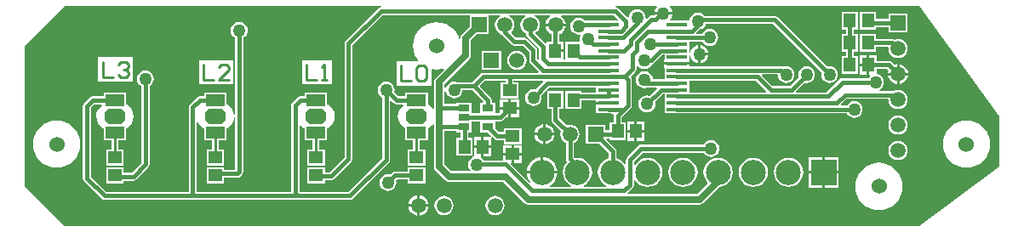
<source format=gtl>
%FSLAX25Y25*%
%MOIN*%
G70*
G01*
G75*
G04 Layer_Physical_Order=1*
G04 Layer_Color=255*
%ADD10R,0.04724X0.05315*%
%ADD11R,0.08071X0.01575*%
%ADD12R,0.04331X0.02559*%
%ADD13R,0.05315X0.04724*%
%ADD14R,0.04724X0.05512*%
%ADD15R,0.05512X0.04724*%
%ADD16R,0.07284X0.04724*%
%ADD17C,0.01500*%
%ADD18C,0.02500*%
%ADD19C,0.01000*%
%ADD20C,0.06000*%
%ADD21C,0.05906*%
%ADD22R,0.05906X0.05906*%
%ADD23R,0.05906X0.05906*%
%ADD24C,0.09843*%
%ADD25R,0.09843X0.09843*%
G04:AMPARAMS|DCode=26|XSize=78.74mil|YSize=60mil|CornerRadius=0mil|HoleSize=0mil|Usage=FLASHONLY|Rotation=0.000|XOffset=0mil|YOffset=0mil|HoleType=Round|Shape=Octagon|*
%AMOCTAGOND26*
4,1,8,0.03937,-0.01500,0.03937,0.01500,0.02437,0.03000,-0.02437,0.03000,-0.03937,0.01500,-0.03937,-0.01500,-0.02437,-0.03000,0.02437,-0.03000,0.03937,-0.01500,0.0*
%
%ADD26OCTAGOND26*%

%ADD27C,0.05000*%
G36*
X-138334Y496340D02*
X-138500Y496271D01*
X-139282Y495671D01*
X-139881Y494890D01*
X-140258Y493980D01*
X-140387Y493004D01*
X-140258Y492028D01*
X-139881Y491118D01*
X-139282Y490336D01*
X-138500Y489737D01*
X-138182Y489605D01*
Y489461D01*
X-138082Y488960D01*
X-138062Y488861D01*
X-137723Y488352D01*
X-133182Y483811D01*
Y479815D01*
X-133136Y479584D01*
X-133382Y479453D01*
X-133811Y479710D01*
Y482989D01*
X-133931Y483589D01*
X-134271Y484098D01*
X-137706Y487533D01*
X-138214Y487872D01*
X-138314Y487892D01*
X-138814Y487992D01*
X-142220D01*
X-144028Y489800D01*
X-143995Y490299D01*
X-143947Y490336D01*
X-143347Y491118D01*
X-142970Y492028D01*
X-142842Y493004D01*
X-142970Y493980D01*
X-143347Y494890D01*
X-143947Y495671D01*
X-144728Y496271D01*
X-144894Y496340D01*
X-144797Y496830D01*
X-138432D01*
X-138334Y496340D01*
D02*
G37*
G36*
X-131463Y470601D02*
X-134398Y467665D01*
X-134488Y467703D01*
X-135346Y467816D01*
X-136205Y467703D01*
X-137004Y467372D01*
X-137691Y466845D01*
X-138218Y466158D01*
X-138549Y465358D01*
X-138662Y464500D01*
X-138549Y463642D01*
X-138218Y462842D01*
X-137691Y462155D01*
X-137004Y461628D01*
X-136205Y461297D01*
X-135346Y461184D01*
X-134488Y461297D01*
X-133689Y461628D01*
X-133002Y462155D01*
X-132475Y462842D01*
X-132144Y463642D01*
X-132031Y464500D01*
X-132144Y465358D01*
X-132181Y465449D01*
X-129126Y468503D01*
X-110728D01*
Y468496D01*
Y466520D01*
X-116535D01*
Y466921D01*
X-122835D01*
Y460032D01*
X-116535D01*
Y463385D01*
X-110941D01*
Y462894D01*
X-105905D01*
Y461894D01*
X-110941D01*
Y460606D01*
X-110728D01*
Y458260D01*
X-105215D01*
X-104177Y458053D01*
X-103899Y457638D01*
X-103930Y457484D01*
Y454815D01*
X-105512D01*
Y451658D01*
X-107283D01*
Y453831D01*
X-114764D01*
Y446350D01*
X-109500D01*
X-105898Y442748D01*
Y440660D01*
X-106009Y440614D01*
X-106505Y440515D01*
X-106927Y440234D01*
X-107210Y440116D01*
X-108402Y439201D01*
X-109317Y438009D01*
X-109892Y436620D01*
X-110089Y435130D01*
X-109892Y433640D01*
X-109317Y432251D01*
X-108402Y431059D01*
X-107210Y430143D01*
X-106823Y429983D01*
X-106920Y429493D01*
X-115521D01*
X-115618Y429983D01*
X-115231Y430143D01*
X-114039Y431059D01*
X-113124Y432251D01*
X-112548Y433640D01*
X-112352Y435130D01*
X-112548Y436620D01*
X-113124Y438009D01*
X-114039Y439201D01*
X-115231Y440116D01*
X-116620Y440692D01*
X-118110Y440888D01*
X-119080Y440760D01*
X-119456Y441090D01*
Y446692D01*
X-119137Y446824D01*
X-118356Y447423D01*
X-117757Y448204D01*
X-117380Y449114D01*
X-117251Y450091D01*
X-117380Y451067D01*
X-117757Y451977D01*
X-118356Y452758D01*
X-119137Y453358D01*
X-120047Y453734D01*
X-121024Y453863D01*
X-122000Y453734D01*
X-122319Y453602D01*
X-125204Y456488D01*
Y460032D01*
X-123622D01*
Y466921D01*
X-129921D01*
Y460032D01*
X-128339D01*
Y455839D01*
X-128240Y455338D01*
X-128220Y455239D01*
X-127880Y454730D01*
X-124536Y451386D01*
X-124668Y451067D01*
X-124796Y450091D01*
X-124668Y449114D01*
X-124291Y448204D01*
X-123691Y447423D01*
X-122910Y446824D01*
X-122591Y446692D01*
Y440406D01*
X-122492Y439905D01*
X-122472Y439806D01*
X-122132Y439297D01*
X-122136Y439236D01*
X-122182Y439201D01*
X-123097Y438009D01*
X-123672Y436620D01*
X-123868Y435130D01*
X-123672Y433640D01*
X-123097Y432251D01*
X-122182Y431059D01*
X-120989Y430143D01*
X-120602Y429983D01*
X-120700Y429493D01*
X-128846D01*
X-128968Y429978D01*
X-128584Y430183D01*
X-127682Y430923D01*
X-126943Y431824D01*
X-126393Y432853D01*
X-126054Y433969D01*
X-125989Y434630D01*
X-137790D01*
X-137725Y433969D01*
X-137387Y432853D01*
X-136837Y431824D01*
X-136452Y431356D01*
X-136823Y431020D01*
X-144235Y438432D01*
X-144043Y438894D01*
X-143965D01*
Y441756D01*
X-147221D01*
Y439886D01*
X-154697D01*
X-155215Y440561D01*
X-155708Y440940D01*
X-155697Y440973D01*
Y444669D01*
X-158559D01*
Y441520D01*
X-158914Y441449D01*
X-159091Y441523D01*
X-159134Y441626D01*
X-159134Y441626D01*
X-159134Y441626D01*
Y448713D01*
X-160716D01*
Y450898D01*
X-159646D01*
Y454425D01*
X-159433D01*
Y455137D01*
X-156102D01*
Y455137D01*
Y455031D01*
X-156102Y454784D01*
X-156102Y454784D01*
X-156102D01*
Y450898D01*
X-153299D01*
X-151789Y449387D01*
X-151980Y448925D01*
X-154697D01*
Y445669D01*
X-151835D01*
Y448779D01*
X-151373Y448971D01*
X-150636Y448234D01*
X-150127Y447894D01*
X-149528Y447775D01*
X-147008D01*
Y446193D01*
X-139921D01*
Y452492D01*
X-147008D01*
Y450910D01*
X-148878D01*
X-150197Y452229D01*
Y454784D01*
X-150197Y454784D01*
D01*
D01*
X-150197Y455031D01*
D01*
X-150091Y455137D01*
X-148228D01*
X-147728Y455237D01*
X-147628Y455257D01*
X-147120Y455596D01*
X-145830Y456886D01*
X-145185D01*
Y459748D01*
X-148441D01*
Y458709D01*
X-148878Y458272D01*
X-150197D01*
Y458378D01*
X-150197D01*
Y462512D01*
X-151582D01*
Y463476D01*
X-151701Y464076D01*
X-152041Y464585D01*
X-156195Y468738D01*
Y469238D01*
X-154370Y471062D01*
X-146253D01*
Y470484D01*
X-148228D01*
Y464185D01*
X-141142D01*
Y470484D01*
X-143117D01*
Y471062D01*
X-131654D01*
X-131463Y470601D01*
D02*
G37*
G36*
X-154864Y462974D02*
X-155055Y462512D01*
X-156102D01*
Y458378D01*
D01*
Y458378D01*
X-156208Y458272D01*
X-159433D01*
Y458984D01*
X-159646D01*
Y462512D01*
X-165551D01*
Y462012D01*
X-170049D01*
Y466613D01*
X-169550Y466645D01*
X-169549Y466642D01*
X-169218Y465842D01*
X-168691Y465155D01*
X-168004Y464629D01*
X-167205Y464297D01*
X-166347Y464184D01*
X-165488Y464297D01*
X-164689Y464629D01*
X-164002Y465155D01*
X-163475Y465842D01*
X-163144Y466642D01*
X-163041Y467421D01*
X-159311D01*
X-154864Y462974D01*
D02*
G37*
G36*
X-165551Y450898D02*
X-163851D01*
Y448713D01*
X-165433D01*
Y441626D01*
X-159200D01*
X-159102Y441136D01*
X-159217Y441088D01*
X-159904Y440561D01*
X-160431Y439874D01*
X-160762Y439075D01*
X-160875Y438216D01*
X-160762Y437358D01*
X-160431Y436559D01*
X-160022Y436026D01*
X-160243Y435577D01*
X-167486D01*
X-170049Y438140D01*
Y451397D01*
X-165551D01*
Y450898D01*
D02*
G37*
G36*
X-102108Y495139D02*
X-102299Y494677D01*
X-110728D01*
Y494670D01*
X-115135D01*
X-115293Y494876D01*
X-115980Y495403D01*
X-116780Y495734D01*
X-117638Y495847D01*
X-118496Y495734D01*
X-119296Y495403D01*
X-119982Y494876D01*
X-120509Y494189D01*
X-120841Y493390D01*
X-120954Y492531D01*
X-120841Y491673D01*
X-120509Y490874D01*
X-119982Y490187D01*
X-119296Y489660D01*
X-118496Y489329D01*
X-117638Y489216D01*
X-117169Y489278D01*
X-116864Y488881D01*
X-117100Y488311D01*
X-117213Y487453D01*
X-117113Y486687D01*
X-117442Y486311D01*
X-122835D01*
Y479316D01*
X-123409D01*
Y482268D01*
X-126772D01*
Y483268D01*
X-123409D01*
Y486524D01*
X-125204D01*
Y489310D01*
X-124621Y489551D01*
X-123795Y490185D01*
X-123161Y491011D01*
X-122763Y491972D01*
X-122693Y492504D01*
X-130535D01*
X-130465Y491972D01*
X-130067Y491011D01*
X-129433Y490185D01*
X-128608Y489551D01*
X-128339Y489440D01*
Y486524D01*
X-130134D01*
Y485850D01*
X-130596Y485659D01*
X-134429Y489492D01*
X-134396Y489991D01*
X-133947Y490336D01*
X-133347Y491118D01*
X-132970Y492028D01*
X-132842Y493004D01*
X-132970Y493980D01*
X-133347Y494890D01*
X-133947Y495671D01*
X-134728Y496271D01*
X-134894Y496340D01*
X-134797Y496830D01*
X-128899D01*
X-128738Y496357D01*
X-129433Y495823D01*
X-130067Y494997D01*
X-130465Y494036D01*
X-130535Y493504D01*
X-122693D01*
X-122763Y494036D01*
X-123161Y494997D01*
X-123795Y495823D01*
X-124490Y496357D01*
X-124330Y496830D01*
X-103799D01*
X-102108Y495139D01*
D02*
G37*
G36*
X-148334Y496340D02*
X-148500Y496271D01*
X-149282Y495671D01*
X-149881Y494890D01*
X-150258Y493980D01*
X-150387Y493004D01*
X-150258Y492028D01*
X-149881Y491118D01*
X-149282Y490336D01*
X-148500Y489737D01*
X-148049Y489550D01*
X-147723Y489061D01*
X-143977Y485316D01*
X-143469Y484976D01*
X-143369Y484956D01*
X-142869Y484857D01*
X-139463D01*
X-136946Y482340D01*
Y478934D01*
X-136847Y478434D01*
X-136827Y478334D01*
X-136487Y477826D01*
X-133321Y474659D01*
X-133512Y474197D01*
X-155020D01*
X-155620Y474078D01*
X-156128Y473738D01*
X-159311Y470556D01*
X-164858D01*
X-165044Y470519D01*
X-165488Y470703D01*
X-166347Y470816D01*
X-167205Y470703D01*
X-168004Y470371D01*
X-168691Y469845D01*
X-169218Y469158D01*
X-169549Y468358D01*
X-169550Y468355D01*
X-170049Y468387D01*
Y469860D01*
X-160378Y479531D01*
X-160378Y479531D01*
X-160077Y479981D01*
X-159927Y480205D01*
X-159769Y481000D01*
X-159769Y481000D01*
Y486911D01*
X-157417Y489264D01*
X-152874D01*
Y496744D01*
D01*
Y496744D01*
X-152788Y496830D01*
X-148432D01*
X-148334Y496340D01*
D02*
G37*
G36*
X-194921Y500464D02*
Y499965D01*
X-195521Y499846D01*
X-196030Y499506D01*
X-208825Y486711D01*
X-209165Y486202D01*
X-209185Y486103D01*
X-209284Y485602D01*
Y441212D01*
X-215295Y435201D01*
X-217028D01*
Y437098D01*
X-223917D01*
Y430799D01*
X-217028D01*
Y432066D01*
X-214646D01*
X-214145Y432166D01*
X-214046Y432186D01*
X-213537Y432525D01*
X-206608Y439455D01*
X-206268Y439963D01*
X-206248Y440063D01*
X-206149Y440563D01*
Y484953D01*
X-194272Y496830D01*
X-160354D01*
Y496744D01*
X-160354D01*
Y492202D01*
X-163315Y489241D01*
X-163766Y488567D01*
X-163924Y487772D01*
Y487639D01*
X-164418Y487566D01*
X-164639Y488294D01*
X-165498Y489901D01*
X-166655Y491310D01*
X-168063Y492466D01*
X-169671Y493325D01*
X-171415Y493854D01*
X-173228Y494033D01*
X-175042Y493854D01*
X-176786Y493325D01*
X-178393Y492466D01*
X-179802Y491310D01*
X-180958Y489901D01*
X-181817Y488294D01*
X-182346Y486550D01*
X-182525Y484736D01*
X-182346Y482923D01*
X-181817Y481179D01*
X-180958Y479571D01*
X-180649Y479194D01*
X-180863Y478742D01*
X-188913D01*
Y469169D01*
X-175342D01*
Y475275D01*
X-174971Y475611D01*
X-173228Y475440D01*
X-171415Y475618D01*
X-170607Y475863D01*
X-170350Y475434D01*
X-173595Y472189D01*
X-174045Y471515D01*
X-174203Y470720D01*
Y460366D01*
Y460231D01*
X-174676Y460067D01*
X-175390Y460975D01*
X-176511Y461813D01*
X-176673Y461878D01*
Y466563D01*
X-185531D01*
Y464981D01*
X-188343D01*
X-189787Y466426D01*
X-189750Y466516D01*
X-189637Y467374D01*
X-189750Y468232D01*
X-190081Y469032D01*
X-190608Y469719D01*
X-191295Y470246D01*
X-192095Y470577D01*
X-192953Y470690D01*
X-193811Y470577D01*
X-194611Y470246D01*
X-195297Y469719D01*
X-195824Y469032D01*
X-196156Y468232D01*
X-196268Y467374D01*
X-196156Y466516D01*
X-195824Y465716D01*
X-195297Y465029D01*
X-194611Y464502D01*
X-194520Y464465D01*
Y440700D01*
X-207736Y427485D01*
X-226870D01*
X-227015Y427630D01*
Y453545D01*
X-226543Y453708D01*
X-226185Y453253D01*
X-225064Y452415D01*
X-224902Y452350D01*
Y447665D01*
X-221785D01*
Y444185D01*
X-223917D01*
Y437886D01*
X-217028D01*
Y444185D01*
X-219160D01*
Y447665D01*
X-216043D01*
Y452410D01*
X-215767Y452529D01*
X-214667Y453394D01*
X-213829Y454515D01*
X-213309Y455814D01*
X-213144Y457204D01*
X-213343Y458589D01*
X-213895Y459875D01*
X-214760Y460975D01*
X-215881Y461813D01*
X-216043Y461878D01*
Y466563D01*
X-224902D01*
Y464981D01*
X-226677D01*
X-227277Y464862D01*
X-227786Y464522D01*
X-229691Y462616D01*
X-230031Y462108D01*
X-230051Y462008D01*
X-230150Y461508D01*
Y427485D01*
X-267133D01*
Y454773D01*
X-266644Y454874D01*
X-266420Y454353D01*
X-265555Y453253D01*
X-264434Y452415D01*
X-264272Y452350D01*
Y447665D01*
X-261155D01*
Y444185D01*
X-263287D01*
Y437886D01*
X-256398D01*
Y444185D01*
X-258530D01*
Y447665D01*
X-255413D01*
Y452410D01*
X-255137Y452529D01*
X-254037Y453394D01*
X-253199Y454515D01*
X-252679Y455814D01*
X-252578Y456661D01*
X-252079Y456632D01*
Y436186D01*
X-256398D01*
Y437098D01*
X-263287D01*
Y430799D01*
X-256398D01*
Y433051D01*
X-251220D01*
X-250720Y433150D01*
X-250621Y433170D01*
X-250112Y433510D01*
X-249403Y434218D01*
X-249064Y434727D01*
X-248944Y435327D01*
X-248944Y435327D01*
X-248944Y435327D01*
Y435327D01*
Y487969D01*
X-248854Y488006D01*
X-248167Y488533D01*
X-247640Y489220D01*
X-247309Y490020D01*
X-247196Y490878D01*
X-247309Y491736D01*
X-247640Y492536D01*
X-248167Y493223D01*
X-248854Y493750D01*
X-249654Y494081D01*
X-250512Y494194D01*
X-251370Y494081D01*
X-252170Y493750D01*
X-252856Y493223D01*
X-253383Y492536D01*
X-253715Y491736D01*
X-253828Y490878D01*
X-253715Y490020D01*
X-253383Y489220D01*
X-252856Y488533D01*
X-252170Y488006D01*
X-252079Y487969D01*
Y457686D01*
X-252578Y457650D01*
X-252713Y458589D01*
X-253265Y459875D01*
X-254130Y460975D01*
X-255251Y461813D01*
X-255413Y461878D01*
Y466563D01*
X-264272D01*
Y464981D01*
X-265968D01*
X-266568Y464862D01*
X-267077Y464522D01*
X-269809Y461790D01*
X-270149Y461281D01*
X-270169Y461181D01*
X-270268Y460681D01*
Y427485D01*
X-302697D01*
X-308590Y433378D01*
Y460583D01*
X-307327Y461846D01*
X-304496D01*
X-304332Y461373D01*
X-305018Y460834D01*
X-305856Y459714D01*
X-306376Y458414D01*
X-306541Y457025D01*
X-306342Y455640D01*
X-305790Y454353D01*
X-304925Y453253D01*
X-303804Y452415D01*
X-303642Y452350D01*
Y447665D01*
X-300525D01*
Y444185D01*
X-302658D01*
Y437886D01*
X-295768D01*
Y444185D01*
X-297900D01*
Y447665D01*
X-294783D01*
Y452410D01*
X-294507Y452529D01*
X-293408Y453394D01*
X-292569Y454515D01*
X-292050Y455814D01*
X-291884Y457204D01*
X-292083Y458589D01*
X-292635Y459875D01*
X-293500Y460975D01*
X-294621Y461813D01*
X-294783Y461878D01*
Y466563D01*
X-303642D01*
Y464981D01*
X-307976D01*
X-308477Y464881D01*
X-308576Y464862D01*
X-309085Y464522D01*
X-311266Y462341D01*
X-311606Y461832D01*
X-311626Y461733D01*
X-311725Y461232D01*
Y432728D01*
X-311626Y432228D01*
X-311606Y432128D01*
X-311266Y431620D01*
X-304455Y424809D01*
X-303946Y424469D01*
X-303847Y424449D01*
X-303346Y424350D01*
X-207087D01*
X-206586Y424449D01*
X-206487Y424469D01*
X-205978Y424809D01*
X-191844Y438943D01*
X-191505Y439451D01*
X-191385Y440051D01*
X-191385Y440051D01*
X-191385Y440051D01*
Y440051D01*
Y462936D01*
X-190923Y463128D01*
X-190101Y462305D01*
X-189592Y461965D01*
X-189492Y461945D01*
X-188992Y461846D01*
X-186386D01*
X-186222Y461373D01*
X-186907Y460834D01*
X-187746Y459714D01*
X-188265Y458414D01*
X-188431Y457025D01*
X-188232Y455640D01*
X-187680Y454353D01*
X-186815Y453253D01*
X-185694Y452415D01*
X-185531Y452350D01*
Y447665D01*
X-182415D01*
Y444185D01*
X-184547D01*
Y437886D01*
X-177657D01*
Y444185D01*
X-179790D01*
Y447665D01*
X-176673D01*
Y452410D01*
X-176397Y452529D01*
X-175297Y453394D01*
X-174678Y454222D01*
X-174203Y454065D01*
Y453516D01*
Y437280D01*
X-174045Y436485D01*
X-173595Y435811D01*
X-173595Y435811D01*
X-173595Y435811D01*
X-169815Y432031D01*
X-169815Y432031D01*
X-169815D01*
X-169815Y432031D01*
X-169815D01*
X-169815Y432031D01*
Y432031D01*
Y432031D01*
D01*
D01*
X-169815D01*
Y432031D01*
X-169141Y431581D01*
X-169009Y431555D01*
X-168347Y431423D01*
X-168346Y431423D01*
X-147207D01*
X-138815Y423031D01*
X-138815Y423031D01*
X-138815D01*
X-138815Y423031D01*
X-138815D01*
X-138815Y423031D01*
Y423031D01*
Y423031D01*
D01*
D01*
X-138815D01*
Y423031D01*
X-138141Y422581D01*
X-137346Y422423D01*
X-70346D01*
X-69551Y422581D01*
X-68878Y423031D01*
X-68878Y423031D01*
X-68878Y423031D01*
X-62468Y429441D01*
X-61502Y429568D01*
X-60113Y430143D01*
X-58921Y431059D01*
X-58006Y432251D01*
X-57430Y433640D01*
X-57234Y435130D01*
X-57430Y436620D01*
X-58006Y438009D01*
X-58921Y439201D01*
X-60113Y440116D01*
X-61502Y440692D01*
X-62992Y440888D01*
X-64482Y440692D01*
X-65871Y440116D01*
X-67064Y439201D01*
X-67979Y438009D01*
X-68554Y436620D01*
X-68750Y435130D01*
X-68554Y433640D01*
X-67979Y432251D01*
X-67064Y431059D01*
X-67043Y430741D01*
X-71207Y426577D01*
X-98242D01*
X-98433Y427039D01*
X-96451Y429022D01*
X-96224Y429361D01*
X-96111Y429530D01*
X-95991Y430130D01*
Y432065D01*
X-95518Y432225D01*
X-94623Y431059D01*
X-93430Y430143D01*
X-92041Y429568D01*
X-90551Y429372D01*
X-89061Y429568D01*
X-87672Y430143D01*
X-86480Y431059D01*
X-85565Y432251D01*
X-84990Y433640D01*
X-84793Y435130D01*
X-84990Y436620D01*
X-85565Y438009D01*
X-86480Y439201D01*
X-87672Y440116D01*
X-89061Y440692D01*
X-90551Y440888D01*
X-92041Y440692D01*
X-93430Y440116D01*
X-94623Y439201D01*
X-95518Y438034D01*
X-95991Y438195D01*
Y439362D01*
X-92461Y442893D01*
X-68696D01*
X-68659Y442803D01*
X-68132Y442116D01*
X-67445Y441589D01*
X-66645Y441258D01*
X-65787Y441145D01*
X-64929Y441258D01*
X-64129Y441589D01*
X-63443Y442116D01*
X-62916Y442803D01*
X-62585Y443602D01*
X-62471Y444461D01*
X-62585Y445319D01*
X-62916Y446118D01*
X-63443Y446805D01*
X-64129Y447332D01*
X-64929Y447663D01*
X-65787Y447776D01*
X-66645Y447663D01*
X-67445Y447332D01*
X-68132Y446805D01*
X-68659Y446118D01*
X-68696Y446028D01*
X-93110D01*
X-93710Y445909D01*
X-93879Y445796D01*
X-94219Y445569D01*
X-98668Y441120D01*
X-99007Y440612D01*
X-99027Y440512D01*
X-99127Y440012D01*
Y438503D01*
X-99600Y438342D01*
X-100259Y439201D01*
X-101452Y440116D01*
X-102763Y440660D01*
Y443398D01*
X-102883Y443997D01*
X-102995Y444166D01*
X-103222Y444506D01*
X-106777Y448061D01*
X-106586Y448523D01*
X-105512D01*
Y447728D01*
X-99213D01*
Y454815D01*
X-100795D01*
Y456835D01*
X-98903Y458726D01*
X-97238Y460392D01*
X-97011Y460731D01*
X-96898Y460900D01*
X-96779Y461500D01*
Y471500D01*
X-96898Y472100D01*
X-97238Y472608D01*
Y472651D01*
X-95427Y474463D01*
X-95087Y474971D01*
X-95067Y475070D01*
X-94968Y475571D01*
Y476890D01*
X-94494Y477051D01*
X-94191Y476655D01*
X-93504Y476128D01*
X-92705Y475797D01*
X-91847Y475684D01*
X-90988Y475797D01*
X-90189Y476128D01*
X-89502Y476655D01*
X-88975Y477342D01*
X-88901Y477521D01*
X-88846Y477532D01*
X-88747Y477552D01*
X-88238Y477892D01*
X-84831Y481299D01*
X-83957D01*
Y481291D01*
Y479535D01*
X-84169D01*
Y478248D01*
X-74098D01*
Y479535D01*
X-74311D01*
Y480977D01*
X-73812Y481010D01*
X-73756Y480586D01*
X-73404Y479735D01*
X-72843Y479004D01*
X-72112Y478443D01*
X-71260Y478090D01*
X-70846Y478036D01*
Y481500D01*
Y484964D01*
X-71260Y484910D01*
X-72112Y484557D01*
X-72843Y483996D01*
X-73404Y483265D01*
X-73756Y482414D01*
X-73812Y481990D01*
X-74311Y482023D01*
Y483850D01*
Y486410D01*
Y486417D01*
X-69204D01*
X-68683Y485738D01*
X-67997Y485211D01*
X-67197Y484880D01*
X-66339Y484767D01*
X-65480Y484880D01*
X-64681Y485211D01*
X-63994Y485738D01*
X-63467Y486425D01*
X-63136Y487224D01*
X-63023Y488083D01*
X-63136Y488941D01*
X-63467Y489741D01*
X-63994Y490427D01*
X-64681Y490954D01*
X-65480Y491286D01*
X-66339Y491398D01*
X-67197Y491286D01*
X-67997Y490954D01*
X-68683Y490427D01*
X-69210Y489741D01*
X-69288Y489552D01*
X-71425D01*
X-71616Y490014D01*
X-70457Y491173D01*
X-69988Y491234D01*
X-69189Y491566D01*
X-68502Y492092D01*
X-67975Y492779D01*
X-67716Y493405D01*
X-41468D01*
X-22512Y474448D01*
X-22549Y474358D01*
X-22662Y473500D01*
X-22549Y472642D01*
X-22218Y471842D01*
X-21691Y471155D01*
X-21004Y470628D01*
X-20205Y470297D01*
X-19346Y470184D01*
X-18488Y470297D01*
X-17689Y470628D01*
X-17002Y471155D01*
X-16475Y471842D01*
X-16144Y472642D01*
X-16031Y473500D01*
X-16144Y474358D01*
X-16475Y475158D01*
X-17002Y475845D01*
X-17689Y476371D01*
X-18488Y476703D01*
X-19346Y476816D01*
X-20205Y476703D01*
X-20295Y476665D01*
X-39711Y496081D01*
X-40219Y496421D01*
X-40319Y496440D01*
X-40819Y496540D01*
X-68316D01*
X-68502Y496782D01*
X-69189Y497309D01*
X-69988Y497640D01*
X-70846Y497753D01*
X-71705Y497640D01*
X-72504Y497309D01*
X-73191Y496782D01*
X-73718Y496095D01*
X-74049Y495295D01*
X-74131Y494677D01*
X-74311D01*
Y494677D01*
X-81593D01*
X-81814Y495126D01*
X-81352Y495727D01*
X-80999Y496578D01*
X-80945Y496992D01*
X-87876D01*
X-88204Y496619D01*
X-89140D01*
X-89740Y496499D01*
X-89909Y496387D01*
X-90249Y496160D01*
X-90929Y495480D01*
X-91377Y495701D01*
X-91369Y495760D01*
X-91482Y496618D01*
X-91813Y497418D01*
X-92340Y498104D01*
X-93027Y498631D01*
X-93827Y498963D01*
X-94685Y499076D01*
X-95543Y498963D01*
X-96343Y498631D01*
X-97030Y498104D01*
X-97557Y497418D01*
X-97888Y496618D01*
X-97961Y496060D01*
X-98435Y495900D01*
X-102041Y499506D01*
X-102550Y499846D01*
X-102649Y499866D01*
X-103082Y499952D01*
X-103033Y500449D01*
X-87061Y500447D01*
X-86906Y499988D01*
X-87467Y499257D01*
X-87819Y498406D01*
X-87874Y497992D01*
X-80945D01*
X-80999Y498406D01*
X-81352Y499257D01*
X-81913Y499988D01*
X-81758Y500446D01*
X15787Y500430D01*
X15787Y500430D01*
X47244Y457177D01*
Y457059D01*
X47205Y457020D01*
Y437463D01*
X15787Y413900D01*
D01*
X15778Y413909D01*
X-318937D01*
X-334646Y429618D01*
Y429776D01*
X-334606Y429815D01*
Y484776D01*
X-318898Y500484D01*
X-318858D01*
X-194921Y500464D01*
D02*
G37*
%LPC*%
G36*
X-22154Y441051D02*
X-27575D01*
Y435630D01*
X-22154D01*
Y441051D01*
D02*
G37*
G36*
X-15732D02*
X-21154D01*
Y435630D01*
X-15732D01*
Y441051D01*
D02*
G37*
G36*
X-132390Y441031D02*
X-133051Y440966D01*
X-134167Y440627D01*
X-135195Y440077D01*
X-136097Y439337D01*
X-136837Y438436D01*
X-137387Y437407D01*
X-137725Y436291D01*
X-137790Y435630D01*
X-132390D01*
Y441031D01*
D02*
G37*
G36*
X-131390D02*
Y435630D01*
X-125989D01*
X-126054Y436291D01*
X-126393Y437407D01*
X-126943Y438436D01*
X-127682Y439337D01*
X-128584Y440077D01*
X-129613Y440627D01*
X-130729Y440966D01*
X-131390Y441031D01*
D02*
G37*
G36*
X-322008Y455529D02*
X-323822Y455350D01*
X-325566Y454821D01*
X-327173Y453962D01*
X-328582Y452806D01*
X-329738Y451397D01*
X-330597Y449790D01*
X-331126Y448046D01*
X-331305Y446232D01*
X-331126Y444419D01*
X-330597Y442675D01*
X-329738Y441067D01*
X-328582Y439658D01*
X-327173Y438502D01*
X-325566Y437643D01*
X-323822Y437114D01*
X-322008Y436936D01*
X-320194Y437114D01*
X-318450Y437643D01*
X-316843Y438502D01*
X-315434Y439658D01*
X-314278Y441067D01*
X-313419Y442675D01*
X-312890Y444419D01*
X-312711Y446232D01*
X-312890Y448046D01*
X-313419Y449790D01*
X-314278Y451397D01*
X-315434Y452806D01*
X-316843Y453962D01*
X-318450Y454821D01*
X-320194Y455350D01*
X-322008Y455529D01*
D02*
G37*
G36*
X-143965Y445618D02*
X-147221D01*
Y442756D01*
X-143965D01*
Y445618D01*
D02*
G37*
G36*
X-139709D02*
X-142965D01*
Y442756D01*
X-139709D01*
Y445618D01*
D02*
G37*
G36*
X-155697Y448925D02*
X-158559D01*
Y445669D01*
X-155697D01*
Y448925D01*
D02*
G37*
G36*
X-151835Y444669D02*
X-154697D01*
Y441413D01*
X-151835D01*
Y444669D01*
D02*
G37*
G36*
X34291Y455529D02*
X32478Y455350D01*
X30734Y454821D01*
X29126Y453962D01*
X27718Y452806D01*
X26561Y451397D01*
X25702Y449790D01*
X25173Y448046D01*
X24995Y446232D01*
X25173Y444419D01*
X25702Y442675D01*
X26561Y441067D01*
X27718Y439658D01*
X29126Y438502D01*
X30734Y437643D01*
X32478Y437114D01*
X34291Y436936D01*
X36105Y437114D01*
X37849Y437643D01*
X39456Y438502D01*
X40865Y439658D01*
X42021Y441067D01*
X42880Y442675D01*
X43409Y444419D01*
X43588Y446232D01*
X43409Y448046D01*
X42880Y449790D01*
X42021Y451397D01*
X40865Y452806D01*
X39456Y453962D01*
X37849Y454821D01*
X36105Y455350D01*
X34291Y455529D01*
D02*
G37*
G36*
X-139709Y441756D02*
X-142965D01*
Y438894D01*
X-139709D01*
Y441756D01*
D02*
G37*
G36*
X7480Y447485D02*
X6504Y447357D01*
X5594Y446980D01*
X4813Y446380D01*
X4213Y445599D01*
X3836Y444689D01*
X3708Y443713D01*
X3836Y442736D01*
X4213Y441826D01*
X4813Y441045D01*
X5594Y440446D01*
X6504Y440069D01*
X7480Y439940D01*
X8457Y440069D01*
X9366Y440446D01*
X10148Y441045D01*
X10747Y441826D01*
X11124Y442736D01*
X11253Y443713D01*
X11124Y444689D01*
X10747Y445599D01*
X10148Y446380D01*
X9366Y446980D01*
X8457Y447357D01*
X7480Y447485D01*
D02*
G37*
G36*
X0Y438915D02*
X-1814Y438736D01*
X-3558Y438207D01*
X-5165Y437348D01*
X-6574Y436192D01*
X-7730Y434783D01*
X-8589Y433176D01*
X-9118Y431432D01*
X-9297Y429618D01*
X-9118Y427804D01*
X-8589Y426060D01*
X-7730Y424453D01*
X-6574Y423044D01*
X-5165Y421888D01*
X-3558Y421029D01*
X-1814Y420500D01*
X0Y420321D01*
X1814Y420500D01*
X3558Y421029D01*
X5165Y421888D01*
X6574Y423044D01*
X7730Y424453D01*
X8589Y426060D01*
X9118Y427804D01*
X9297Y429618D01*
X9118Y431432D01*
X8589Y433176D01*
X7730Y434783D01*
X6574Y436192D01*
X5165Y437348D01*
X3558Y438207D01*
X1814Y438736D01*
X0Y438915D01*
D02*
G37*
G36*
X-180854Y426059D02*
X-181386Y425989D01*
X-182348Y425591D01*
X-183174Y424957D01*
X-183807Y424131D01*
X-184205Y423170D01*
X-184275Y422638D01*
X-180854D01*
Y426059D01*
D02*
G37*
G36*
X-179854D02*
Y422638D01*
X-176433D01*
X-176503Y423170D01*
X-176902Y424131D01*
X-177535Y424957D01*
X-178361Y425591D01*
X-179323Y425989D01*
X-179854Y426059D01*
D02*
G37*
G36*
X-150354Y425910D02*
X-151331Y425782D01*
X-152241Y425405D01*
X-153022Y424805D01*
X-153621Y424024D01*
X-153998Y423114D01*
X-154127Y422138D01*
X-153998Y421161D01*
X-153621Y420252D01*
X-153022Y419470D01*
X-152241Y418871D01*
X-151331Y418494D01*
X-150354Y418365D01*
X-149378Y418494D01*
X-148468Y418871D01*
X-147687Y419470D01*
X-147087Y420252D01*
X-146710Y421161D01*
X-146582Y422138D01*
X-146710Y423114D01*
X-147087Y424024D01*
X-147687Y424805D01*
X-148468Y425405D01*
X-149378Y425782D01*
X-150354Y425910D01*
D02*
G37*
G36*
X-180854Y421638D02*
X-184275D01*
X-184205Y421106D01*
X-183807Y420144D01*
X-183174Y419319D01*
X-182348Y418685D01*
X-181386Y418287D01*
X-180854Y418217D01*
Y421638D01*
D02*
G37*
G36*
X-176433D02*
X-179854D01*
Y418217D01*
X-179323Y418287D01*
X-178361Y418685D01*
X-177535Y419319D01*
X-176902Y420144D01*
X-176503Y421106D01*
X-176433Y421638D01*
D02*
G37*
G36*
X-170354Y425910D02*
X-171331Y425782D01*
X-172240Y425405D01*
X-173022Y424805D01*
X-173621Y424024D01*
X-173998Y423114D01*
X-174127Y422138D01*
X-173998Y421161D01*
X-173621Y420252D01*
X-173022Y419470D01*
X-172240Y418871D01*
X-171331Y418494D01*
X-170354Y418365D01*
X-169378Y418494D01*
X-168468Y418871D01*
X-167687Y419470D01*
X-167087Y420252D01*
X-166710Y421161D01*
X-166582Y422138D01*
X-166710Y423114D01*
X-167087Y424024D01*
X-167687Y424805D01*
X-168468Y425405D01*
X-169378Y425782D01*
X-170354Y425910D01*
D02*
G37*
G36*
X-35433Y440888D02*
X-36923Y440692D01*
X-38312Y440116D01*
X-39505Y439201D01*
X-40420Y438009D01*
X-40995Y436620D01*
X-41191Y435130D01*
X-40995Y433640D01*
X-40420Y432251D01*
X-39505Y431059D01*
X-38312Y430143D01*
X-36923Y429568D01*
X-35433Y429372D01*
X-33943Y429568D01*
X-32554Y430143D01*
X-31362Y431059D01*
X-30447Y432251D01*
X-29871Y433640D01*
X-29675Y435130D01*
X-29871Y436620D01*
X-30447Y438009D01*
X-31362Y439201D01*
X-32554Y440116D01*
X-33943Y440692D01*
X-35433Y440888D01*
D02*
G37*
G36*
X-177657Y437098D02*
X-184547D01*
Y435516D01*
X-189488D01*
X-190088Y435397D01*
X-190597Y435057D01*
X-191304Y434349D01*
X-191395Y434387D01*
X-192253Y434500D01*
X-193111Y434387D01*
X-193911Y434056D01*
X-194597Y433529D01*
X-195124Y432842D01*
X-195456Y432042D01*
X-195569Y431184D01*
X-195456Y430326D01*
X-195124Y429526D01*
X-194597Y428839D01*
X-193911Y428312D01*
X-193111Y427981D01*
X-192253Y427868D01*
X-191395Y427981D01*
X-190595Y428312D01*
X-189908Y428839D01*
X-189381Y429526D01*
X-189050Y430326D01*
X-188937Y431184D01*
X-189045Y432005D01*
X-188992Y432066D01*
X-188232Y432381D01*
X-184547D01*
Y430799D01*
X-177657D01*
Y437098D01*
D02*
G37*
G36*
X-287283Y475139D02*
X-288142Y475026D01*
X-288941Y474694D01*
X-289628Y474167D01*
X-290155Y473481D01*
X-290486Y472681D01*
X-290599Y471823D01*
X-290486Y470965D01*
X-290155Y470165D01*
X-289628Y469478D01*
X-288941Y468951D01*
X-288772Y468881D01*
Y438889D01*
X-292657Y435005D01*
X-295768D01*
Y437098D01*
X-302658D01*
Y430799D01*
X-295768D01*
Y431870D01*
X-292008D01*
X-291508Y431969D01*
X-291408Y431989D01*
X-290899Y432329D01*
X-286096Y437132D01*
X-285756Y437640D01*
X-285737Y437740D01*
X-285637Y438240D01*
Y468947D01*
X-285626Y468951D01*
X-284939Y469478D01*
X-284412Y470165D01*
X-284081Y470965D01*
X-283968Y471823D01*
X-284081Y472681D01*
X-284412Y473481D01*
X-284939Y474167D01*
X-285626Y474694D01*
X-286425Y475026D01*
X-287283Y475139D01*
D02*
G37*
G36*
X-49213Y440888D02*
X-50703Y440692D01*
X-52092Y440116D01*
X-53284Y439201D01*
X-54199Y438009D01*
X-54774Y436620D01*
X-54971Y435130D01*
X-54774Y433640D01*
X-54199Y432251D01*
X-53284Y431059D01*
X-52092Y430143D01*
X-50703Y429568D01*
X-49213Y429372D01*
X-47722Y429568D01*
X-46334Y430143D01*
X-45141Y431059D01*
X-44226Y432251D01*
X-43651Y433640D01*
X-43455Y435130D01*
X-43651Y436620D01*
X-44226Y438009D01*
X-45141Y439201D01*
X-46334Y440116D01*
X-47722Y440692D01*
X-49213Y440888D01*
D02*
G37*
G36*
X-22154Y434630D02*
X-27575D01*
Y429209D01*
X-22154D01*
Y434630D01*
D02*
G37*
G36*
X-15732D02*
X-21154D01*
Y429209D01*
X-15732D01*
Y434630D01*
D02*
G37*
G36*
X-76772Y440888D02*
X-78262Y440692D01*
X-79651Y440116D01*
X-80843Y439201D01*
X-81758Y438009D01*
X-82333Y436620D01*
X-82530Y435130D01*
X-82333Y433640D01*
X-81758Y432251D01*
X-80843Y431059D01*
X-79651Y430143D01*
X-78262Y429568D01*
X-76772Y429372D01*
X-75281Y429568D01*
X-73893Y430143D01*
X-72700Y431059D01*
X-71785Y432251D01*
X-71210Y433640D01*
X-71014Y435130D01*
X-71210Y436620D01*
X-71785Y438009D01*
X-72700Y439201D01*
X-73893Y440116D01*
X-75281Y440692D01*
X-76772Y440888D01*
D02*
G37*
G36*
X-131524Y449590D02*
X-134945D01*
X-134875Y449059D01*
X-134476Y448097D01*
X-133843Y447271D01*
X-133017Y446638D01*
X-132055Y446240D01*
X-131524Y446170D01*
Y449590D01*
D02*
G37*
G36*
X-4831Y476756D02*
X-7693D01*
Y473500D01*
X-4831D01*
Y476756D01*
D02*
G37*
G36*
X-8268Y498024D02*
X-14567D01*
Y491134D01*
X-12985D01*
Y489362D01*
X-14567D01*
Y482472D01*
X-12985D01*
Y480799D01*
X-14567D01*
Y473713D01*
X-8268D01*
Y480799D01*
X-9850D01*
Y482472D01*
X-8268D01*
Y489362D01*
X-9850D01*
Y491134D01*
X-8268D01*
Y498024D01*
D02*
G37*
G36*
X7980Y477634D02*
Y474213D01*
X11401D01*
X11331Y474745D01*
X10933Y475706D01*
X10300Y476532D01*
X9474Y477165D01*
X8512Y477564D01*
X7980Y477634D01*
D02*
G37*
G36*
X-292153Y480278D02*
X-305724D01*
Y470705D01*
X-292153D01*
Y480278D01*
D02*
G37*
G36*
X6980Y473213D02*
X3559D01*
X3629Y472681D01*
X4028Y471719D01*
X4661Y470893D01*
X5487Y470260D01*
X6448Y469862D01*
X6980Y469792D01*
Y473213D01*
D02*
G37*
G36*
X11401D02*
X7980D01*
Y469792D01*
X8512Y469862D01*
X9474Y470260D01*
X10300Y470893D01*
X10933Y471719D01*
X11331Y472681D01*
X11401Y473213D01*
D02*
G37*
G36*
X-969Y481012D02*
X-3831D01*
Y477256D01*
Y473500D01*
X-3615D01*
X-3454Y473027D01*
X-3691Y472845D01*
X-4218Y472158D01*
X-4255Y472067D01*
X-14346D01*
X-14946Y471948D01*
X-15455Y471608D01*
X-20543Y466520D01*
X-32456D01*
X-32647Y466982D01*
X-29295Y470335D01*
X-29205Y470297D01*
X-28346Y470184D01*
X-27488Y470297D01*
X-26689Y470628D01*
X-26002Y471155D01*
X-25475Y471842D01*
X-25144Y472642D01*
X-25031Y473500D01*
X-25144Y474358D01*
X-25475Y475158D01*
X-26002Y475845D01*
X-26689Y476371D01*
X-27488Y476703D01*
X-28346Y476816D01*
X-29205Y476703D01*
X-30004Y476371D01*
X-30691Y475845D01*
X-31218Y475158D01*
X-31549Y474358D01*
X-31662Y473500D01*
X-31549Y472642D01*
X-31512Y472551D01*
X-34996Y469067D01*
X-41697D01*
X-45789Y473160D01*
X-45598Y473622D01*
X-39769D01*
X-39662Y473500D01*
X-39549Y472642D01*
X-39218Y471842D01*
X-38691Y471155D01*
X-38004Y470628D01*
X-37205Y470297D01*
X-36347Y470184D01*
X-35488Y470297D01*
X-34689Y470628D01*
X-34002Y471155D01*
X-33475Y471842D01*
X-33144Y472642D01*
X-33031Y473500D01*
X-33144Y474358D01*
X-33475Y475158D01*
X-34002Y475845D01*
X-34689Y476371D01*
X-35488Y476703D01*
X-36347Y476816D01*
X-37205Y476703D01*
X-37408Y476619D01*
X-37436Y476637D01*
X-37535Y476657D01*
X-38035Y476756D01*
X-74098D01*
Y477248D01*
X-84169D01*
Y475961D01*
X-83957D01*
Y473614D01*
Y471646D01*
Y471638D01*
X-88549D01*
X-88644Y472358D01*
X-88975Y473158D01*
X-89502Y473845D01*
X-90189Y474371D01*
X-90988Y474703D01*
X-91847Y474816D01*
X-92705Y474703D01*
X-93504Y474371D01*
X-94191Y473845D01*
X-94718Y473158D01*
X-95049Y472358D01*
X-95162Y471500D01*
X-95049Y470642D01*
X-94718Y469842D01*
X-94191Y469155D01*
X-93504Y468629D01*
X-92705Y468297D01*
X-91847Y468184D01*
X-90988Y468297D01*
X-90467Y468513D01*
X-90417Y468503D01*
X-87213D01*
X-87022Y468041D01*
X-89898Y465165D01*
X-89988Y465203D01*
X-90847Y465316D01*
X-91705Y465203D01*
X-92504Y464872D01*
X-93191Y464345D01*
X-93718Y463658D01*
X-94049Y462858D01*
X-94162Y462000D01*
X-94049Y461142D01*
X-93718Y460342D01*
X-93191Y459655D01*
X-92504Y459129D01*
X-91705Y458797D01*
X-90847Y458684D01*
X-89988Y458797D01*
X-89189Y459129D01*
X-88502Y459655D01*
X-87975Y460342D01*
X-87644Y461142D01*
X-87531Y462000D01*
X-87644Y462858D01*
X-87681Y462949D01*
X-84685Y465944D01*
X-83957D01*
Y465937D01*
Y463378D01*
Y460819D01*
Y458260D01*
X-74311D01*
Y458267D01*
X-12590D01*
X-12553Y458177D01*
X-12026Y457490D01*
X-11339Y456963D01*
X-10539Y456632D01*
X-9681Y456519D01*
X-8823Y456632D01*
X-8023Y456963D01*
X-7337Y457490D01*
X-6810Y458177D01*
X-6478Y458977D01*
X-6365Y459835D01*
X-6478Y460693D01*
X-6810Y461492D01*
X-7337Y462179D01*
X-8023Y462706D01*
X-8823Y463037D01*
X-9681Y463150D01*
X-10539Y463037D01*
X-11339Y462706D01*
X-12026Y462179D01*
X-12553Y461492D01*
X-12590Y461402D01*
X-14574D01*
X-14765Y461864D01*
X-12697Y463933D01*
X3515D01*
X3708Y463713D01*
X3836Y462736D01*
X4213Y461826D01*
X4813Y461045D01*
X5594Y460446D01*
X6504Y460069D01*
X7480Y459940D01*
X8457Y460069D01*
X9366Y460446D01*
X10148Y461045D01*
X10747Y461826D01*
X11124Y462736D01*
X11253Y463713D01*
X11124Y464689D01*
X10747Y465599D01*
X10148Y466380D01*
X9366Y466980D01*
X8457Y467356D01*
X7480Y467485D01*
X6504Y467356D01*
X5770Y467052D01*
X5693Y467067D01*
X239D01*
X141Y467558D01*
X311Y467628D01*
X998Y468155D01*
X1525Y468842D01*
X1856Y469642D01*
X1969Y470500D01*
X1856Y471358D01*
X1525Y472158D01*
X998Y472845D01*
X311Y473372D01*
X-488Y473703D01*
X-969Y473766D01*
Y475688D01*
X3288D01*
X3806Y475170D01*
X3629Y474745D01*
X3559Y474213D01*
X6980D01*
Y477634D01*
X6448Y477564D01*
X6022Y477387D01*
X5045Y478364D01*
X4537Y478704D01*
X4437Y478724D01*
X3937Y478823D01*
X-969D01*
Y481012D01*
D02*
G37*
G36*
X-1181Y489362D02*
X-7480D01*
Y482472D01*
X-1181D01*
Y484350D01*
X3413D01*
X3742Y483974D01*
X3708Y483713D01*
X3836Y482736D01*
X4213Y481826D01*
X4813Y481045D01*
X5594Y480446D01*
X6504Y480069D01*
X7480Y479940D01*
X8457Y480069D01*
X9366Y480446D01*
X10148Y481045D01*
X10747Y481826D01*
X11124Y482736D01*
X11253Y483713D01*
X11124Y484689D01*
X10747Y485599D01*
X10148Y486380D01*
X9366Y486980D01*
X8457Y487357D01*
X7480Y487485D01*
X6504Y487357D01*
X6124Y487199D01*
X5875Y487365D01*
X5776Y487385D01*
X5276Y487485D01*
X-1181D01*
Y489362D01*
D02*
G37*
G36*
X-69846Y484964D02*
Y482000D01*
X-66882D01*
X-66936Y482414D01*
X-67289Y483265D01*
X-67850Y483996D01*
X-68581Y484557D01*
X-69433Y484910D01*
X-69846Y484964D01*
D02*
G37*
G36*
X-1181Y498024D02*
X-7480D01*
Y491134D01*
X-1181D01*
Y492145D01*
X3740D01*
Y489972D01*
X11220D01*
Y497453D01*
X3740D01*
Y495280D01*
X-1181D01*
Y498024D01*
D02*
G37*
G36*
X-66882Y481000D02*
X-69846D01*
Y478036D01*
X-69433Y478090D01*
X-68581Y478443D01*
X-67850Y479004D01*
X-67289Y479735D01*
X-66936Y480586D01*
X-66882Y481000D01*
D02*
G37*
G36*
X-141732Y482879D02*
X-142709Y482750D01*
X-143619Y482373D01*
X-144400Y481774D01*
X-144999Y480993D01*
X-145376Y480083D01*
X-145505Y479106D01*
X-145376Y478130D01*
X-144999Y477220D01*
X-144400Y476439D01*
X-143619Y475839D01*
X-142709Y475462D01*
X-141732Y475334D01*
X-140756Y475462D01*
X-139846Y475839D01*
X-139065Y476439D01*
X-138465Y477220D01*
X-138088Y478130D01*
X-137960Y479106D01*
X-138088Y480083D01*
X-138465Y480993D01*
X-139065Y481774D01*
X-139846Y482373D01*
X-140756Y482750D01*
X-141732Y482879D01*
D02*
G37*
G36*
X-147992Y482846D02*
X-155472D01*
Y475366D01*
X-147992D01*
Y482846D01*
D02*
G37*
G36*
X-4831Y481012D02*
X-7693D01*
Y477756D01*
X-4831D01*
Y481012D01*
D02*
G37*
G36*
X-131524Y454012D02*
X-132055Y453942D01*
X-133017Y453543D01*
X-133843Y452910D01*
X-134476Y452084D01*
X-134875Y451122D01*
X-134945Y450591D01*
X-131524D01*
Y454012D01*
D02*
G37*
G36*
X-130524D02*
Y450591D01*
X-127103D01*
X-127173Y451122D01*
X-127571Y452084D01*
X-128205Y452910D01*
X-129030Y453543D01*
X-129992Y453942D01*
X-130524Y454012D01*
D02*
G37*
G36*
X-95776Y455027D02*
X-98638D01*
Y451772D01*
X-95776D01*
Y455027D01*
D02*
G37*
G36*
X7480Y457485D02*
X6504Y457357D01*
X5594Y456980D01*
X4813Y456380D01*
X4213Y455599D01*
X3836Y454689D01*
X3708Y453713D01*
X3836Y452736D01*
X4213Y451826D01*
X4813Y451045D01*
X5594Y450446D01*
X6504Y450069D01*
X7480Y449940D01*
X8457Y450069D01*
X9366Y450446D01*
X10148Y451045D01*
X10747Y451826D01*
X11124Y452736D01*
X11253Y453713D01*
X11124Y454689D01*
X10747Y455599D01*
X10148Y456380D01*
X9366Y456980D01*
X8457Y457357D01*
X7480Y457485D01*
D02*
G37*
G36*
X-127103Y449590D02*
X-130524D01*
Y446170D01*
X-129992Y446240D01*
X-129030Y446638D01*
X-128205Y447271D01*
X-127571Y448097D01*
X-127173Y449059D01*
X-127103Y449590D01*
D02*
G37*
G36*
X-95776Y450772D02*
X-98638D01*
Y447516D01*
X-95776D01*
Y450772D01*
D02*
G37*
G36*
X-91913D02*
X-94776D01*
Y447516D01*
X-91913D01*
Y450772D01*
D02*
G37*
G36*
X-140929Y463610D02*
X-144185D01*
Y460748D01*
X-140929D01*
Y463610D01*
D02*
G37*
G36*
X-252783Y479175D02*
X-266354D01*
Y469602D01*
X-252783D01*
Y479175D01*
D02*
G37*
G36*
X-214310D02*
X-225882D01*
Y469602D01*
X-214310D01*
Y479175D01*
D02*
G37*
G36*
X-140929Y459748D02*
X-144185D01*
Y456886D01*
X-140929D01*
Y459748D01*
D02*
G37*
G36*
X-91913Y455027D02*
X-94776D01*
Y451772D01*
X-91913D01*
Y455027D01*
D02*
G37*
G36*
X-145185Y463610D02*
X-148441D01*
Y460748D01*
X-145185D01*
Y463610D01*
D02*
G37*
%LPD*%
G36*
X-44045Y466982D02*
X-44237Y466520D01*
X-74311D01*
Y468496D01*
Y471055D01*
Y471062D01*
X-48126D01*
X-44045Y466982D01*
D02*
G37*
D10*
X-119685Y463476D02*
D03*
X-126772D02*
D03*
X-11417Y494579D02*
D03*
X-4331D02*
D03*
X-4331Y485917D02*
D03*
X-11417D02*
D03*
D11*
X-79134Y459835D02*
D03*
Y462394D02*
D03*
Y464953D02*
D03*
Y467512D02*
D03*
Y470071D02*
D03*
Y472630D02*
D03*
Y475189D02*
D03*
Y477748D02*
D03*
Y480307D02*
D03*
Y482866D02*
D03*
Y485425D02*
D03*
Y487984D02*
D03*
Y490543D02*
D03*
Y493102D02*
D03*
X-105905Y459835D02*
D03*
Y462394D02*
D03*
Y464953D02*
D03*
Y467512D02*
D03*
Y470071D02*
D03*
Y472630D02*
D03*
Y475189D02*
D03*
Y477748D02*
D03*
Y480307D02*
D03*
Y482866D02*
D03*
Y485425D02*
D03*
Y487984D02*
D03*
Y490543D02*
D03*
Y493102D02*
D03*
D12*
X-153150Y460445D02*
D03*
Y452965D02*
D03*
X-162598D02*
D03*
Y456705D02*
D03*
Y460445D02*
D03*
D13*
X-181102Y433949D02*
D03*
Y441035D02*
D03*
X-259842Y433949D02*
D03*
Y441035D02*
D03*
X-220472Y433949D02*
D03*
Y441035D02*
D03*
X-299213Y433949D02*
D03*
Y441035D02*
D03*
D14*
X-102362Y451272D02*
D03*
X-95276D02*
D03*
X-126772Y482768D02*
D03*
X-119685D02*
D03*
X-11417Y477256D02*
D03*
X-4331D02*
D03*
X-162284Y445169D02*
D03*
X-155197D02*
D03*
D15*
X-143465Y449342D02*
D03*
Y442256D02*
D03*
X-144685Y467335D02*
D03*
Y460248D02*
D03*
D16*
X-181102Y463413D02*
D03*
Y450815D02*
D03*
X-299213Y463413D02*
D03*
Y450815D02*
D03*
X-220472Y463413D02*
D03*
Y450815D02*
D03*
X-259842Y463413D02*
D03*
Y450815D02*
D03*
D17*
X-91847Y471500D02*
X-90417Y470071D01*
X-79134D01*
X-90847Y462000D02*
X-85335Y467512D01*
X-79134D01*
X-91847Y479000D02*
X-89346D01*
X-85480Y482866D01*
X-79134D01*
X-117598Y493102D02*
X-105905D01*
X-102362Y457484D02*
X-100012Y459835D01*
X-102362Y451272D02*
Y457484D01*
X-103543Y450091D02*
X-102362Y451272D01*
X-111024Y450091D02*
X-103543D01*
X-111024D02*
X-104331Y443398D01*
Y437492D02*
Y443398D01*
X-121024Y440406D02*
X-118110Y437492D01*
X-121024Y440406D02*
Y450091D01*
X-126772Y455839D02*
X-121024Y450091D01*
X-126772Y455839D02*
Y463476D01*
X-119685D02*
X-118209Y464953D01*
X-105905D01*
X-40819Y494972D02*
X-19346Y473500D01*
X-14346Y470500D02*
X-1347D01*
X-19894Y464953D02*
X-14346Y470500D01*
X-79134Y464953D02*
X-19894D01*
X-13347Y465500D02*
X5693D01*
X-16453Y462394D02*
X-13347Y465500D01*
X-79134Y462394D02*
X-16453D01*
X-68874Y494972D02*
X-40819D01*
X-79209Y485500D02*
X-79134Y485425D01*
X-90346Y485500D02*
X-79209D01*
X-105905Y439067D02*
X-104331Y437492D01*
X-135346Y464500D02*
X-129776Y470071D01*
X-105905D01*
Y464953D02*
Y467512D01*
X-73303Y490543D02*
X-68874Y494972D01*
X-79134Y490543D02*
X-73303D01*
X-105905Y459835D02*
X-100012D01*
X-98347Y461500D01*
Y471500D01*
X-99476Y472630D02*
X-98347Y471500D01*
X-105905Y472630D02*
X-99476D01*
X-126772Y492846D02*
X-126614Y493004D01*
X-126772Y482768D02*
Y492846D01*
X-119685Y482768D02*
X-117224Y480307D01*
X-105905D01*
X-166347Y467500D02*
X-164858Y468988D01*
X-167323Y466524D02*
X-166347Y467500D01*
X-158661Y468988D02*
X-155020Y472630D01*
X5693Y465500D02*
X7480Y463713D01*
X-79134Y459835D02*
X-9681D01*
X-11417Y477256D02*
Y494579D01*
X-4331Y477256D02*
X3937D01*
X7480Y473713D01*
X-4331Y485917D02*
X5276D01*
X7480Y483713D01*
X-4331Y494579D02*
X-3465Y493713D01*
X7480D01*
X-34347Y467500D02*
X-28346Y473500D01*
X-42347Y467500D02*
X-34347D01*
X-47476Y472630D02*
X-42347Y467500D01*
X-79134Y472630D02*
X-47476D01*
X-38035Y475189D02*
X-36347Y473500D01*
X-79134Y475189D02*
X-38035D01*
X-164858Y468988D02*
X-158661D01*
X-149528Y449342D02*
X-143465D01*
X-153150Y452965D02*
X-149528Y449342D01*
X-162598Y456705D02*
X-148228D01*
X-144685Y460248D01*
Y467335D02*
Y472630D01*
X-155020D02*
X-144685D01*
X-105905D01*
X-158661Y468988D02*
X-153150Y463476D01*
Y460445D02*
Y463476D01*
X-172047Y460445D02*
X-162598D01*
X-172126Y460366D02*
X-172047Y460445D01*
X-171575Y452965D02*
X-162598D01*
X-172126Y453516D02*
X-171575Y452965D01*
X-162284Y445169D02*
Y452650D01*
X-162598Y452965D02*
X-162284Y452650D01*
X-94606Y494579D02*
X-94291Y494894D01*
Y495051D01*
X-111870Y485425D02*
X-105905D01*
X-113898Y487453D02*
X-111870Y485425D01*
X-66339Y488083D02*
X-66240Y487984D01*
X-157559Y438216D02*
Y438319D01*
X-192253Y431184D02*
X-189488Y433949D01*
X-181102D01*
X-79134Y487984D02*
X-66240D01*
X-146614Y490169D02*
Y493004D01*
X-138814Y486424D02*
X-135379Y482989D01*
X-131634Y475189D02*
X-105905D01*
X-129547Y477748D02*
X-105905D01*
X-131614Y479815D02*
X-129547Y477748D01*
X-131614Y479815D02*
Y484461D01*
X-136614Y489461D02*
X-131614Y484461D01*
X-136614Y489461D02*
Y493004D01*
X-142869Y486424D02*
X-138814D01*
X-146614Y490169D02*
X-142869Y486424D01*
X-135379Y478934D02*
Y482989D01*
Y478934D02*
X-131634Y475189D01*
X-194921Y498398D02*
X-103150D01*
X-99213Y494461D01*
X-97559Y430130D02*
Y440012D01*
X-93110Y444461D01*
X-65787D01*
X-135945Y427925D02*
X-99764D01*
X-97559Y430130D01*
X-157559Y438319D02*
X-146339D01*
X-135945Y427925D01*
X-207716Y485602D02*
X-194921Y498398D01*
X-207716Y440563D02*
Y485602D01*
X-214646Y433634D02*
X-207716Y440563D01*
X-220158Y433634D02*
X-214646D01*
X-220472Y433949D02*
X-220158Y433634D01*
X-250512Y435327D02*
Y490878D01*
X-251220Y434618D02*
X-250512Y435327D01*
X-259173Y434618D02*
X-251220D01*
X-259842Y433949D02*
X-259173Y434618D01*
X-287283Y471823D02*
X-287205Y471902D01*
X-292008Y433437D02*
X-287205Y438240D01*
X-298701Y433437D02*
X-292008D01*
X-299213Y433949D02*
X-298701Y433437D01*
X-287205Y438240D02*
Y471902D01*
X-192953Y467374D02*
X-188992Y463413D01*
X-181102D01*
X-192953Y440051D02*
Y467374D01*
X-207087Y425917D02*
X-192953Y440051D01*
X-307976Y463413D02*
X-299213D01*
X-265968D02*
X-259842D01*
X-268701Y460681D02*
X-265968Y463413D01*
X-268701Y425917D02*
Y460681D01*
Y425917D02*
X-227520D01*
X-207087D01*
X-310157Y461232D02*
X-307976Y463413D01*
X-310157Y432728D02*
Y461232D01*
Y432728D02*
X-303346Y425917D01*
X-268701D01*
X-99476Y472630D02*
X-96535Y475571D01*
X-105905Y487984D02*
X-100335D01*
X-94606Y493713D01*
Y494579D01*
X-105905Y490543D02*
X-101011D01*
X-99213Y492341D01*
Y494461D01*
X-105905Y482866D02*
X-99764Y482807D01*
X-96535Y481311D02*
X-94803Y483043D01*
X-96535Y475571D02*
Y481311D01*
X-94803Y483043D02*
Y486154D01*
X-90413Y490543D01*
X-79134D01*
X-99764Y482807D02*
X-97091Y485480D01*
Y487101D01*
X-89140Y495051D01*
X-87441D01*
X-85000Y497492D01*
X-84409D01*
X-228583Y426980D02*
X-227520Y425917D01*
X-228583Y426980D02*
Y461508D01*
X-226677Y463413D01*
X-220472D01*
D18*
X-161846Y487772D02*
X-156614Y493004D01*
X-161846Y481000D02*
Y487772D01*
X-62992Y431854D02*
Y437492D01*
X-70346Y424500D02*
X-62992Y431854D01*
X-137346Y424500D02*
X-70346D01*
X-146346Y433500D02*
X-137346Y424500D01*
X-168347Y433500D02*
X-146346D01*
X-172126Y437280D02*
X-168347Y433500D01*
X-172126Y470720D02*
X-161846Y481000D01*
X-172126Y460366D02*
Y470720D01*
Y453516D02*
Y460366D01*
Y437280D02*
Y453516D01*
D19*
X-181102Y441036D02*
Y450815D01*
Y441036D02*
X-181102Y441035D01*
X-220472Y441036D02*
Y450815D01*
Y441036D02*
X-220472Y441035D01*
X-259842Y441036D02*
Y450815D01*
Y441036D02*
X-259842Y441035D01*
X-299213Y441036D02*
Y450815D01*
Y441036D02*
X-299213Y441035D01*
X-187126Y476955D02*
Y470957D01*
X-183127D01*
X-181128Y475955D02*
X-180128Y476955D01*
X-178129D01*
X-177129Y475955D01*
Y471956D01*
X-178129Y470957D01*
X-180128D01*
X-181128Y471956D01*
Y475955D01*
X-224095Y477388D02*
Y471390D01*
X-220096D01*
X-218096D02*
X-216097D01*
X-217097D01*
Y477388D01*
X-218096Y476388D01*
X-264567Y477388D02*
Y471390D01*
X-260568D01*
X-254570D02*
X-258569D01*
X-254570Y475388D01*
Y476388D01*
X-255570Y477388D01*
X-257569D01*
X-258569Y476388D01*
X-303937Y478490D02*
Y472492D01*
X-299938D01*
X-297939Y477491D02*
X-296939Y478490D01*
X-294940D01*
X-293940Y477491D01*
Y476491D01*
X-294940Y475491D01*
X-295940D01*
X-294940D01*
X-293940Y474492D01*
Y473492D01*
X-294940Y472492D01*
X-296939D01*
X-297939Y473492D01*
D20*
X-173228Y484736D02*
D03*
X0Y429618D02*
D03*
X-322008Y446232D02*
D03*
X34291D02*
D03*
D21*
X-131024Y450091D02*
D03*
X-121024D02*
D03*
X-141732Y479106D02*
D03*
X-150354Y422138D02*
D03*
X-170354D02*
D03*
X-180354D02*
D03*
X-146614Y493004D02*
D03*
X-136614D02*
D03*
X-126614D02*
D03*
X7480Y483713D02*
D03*
Y473713D02*
D03*
Y463713D02*
D03*
Y453713D02*
D03*
Y443713D02*
D03*
D22*
X-111024Y450091D02*
D03*
X-151732Y479106D02*
D03*
X-156614Y493004D02*
D03*
D23*
X7480Y493713D02*
D03*
D24*
X-35433Y435130D02*
D03*
X-62992D02*
D03*
X-90551D02*
D03*
X-104331D02*
D03*
X-49213D02*
D03*
X-118110D02*
D03*
X-76772D02*
D03*
X-131890D02*
D03*
D25*
X-21654D02*
D03*
D26*
X-299213Y457114D02*
D03*
X-259842D02*
D03*
X-220472D02*
D03*
X-181102D02*
D03*
D27*
X-70346Y481500D02*
D03*
X-91847Y471500D02*
D03*
Y479000D02*
D03*
X-70846Y494437D02*
D03*
X-19346Y473500D02*
D03*
X-90847Y462000D02*
D03*
X-89677Y485500D02*
D03*
X-135346Y464500D02*
D03*
X-117638Y492531D02*
D03*
X-1347Y470500D02*
D03*
X-9681Y459835D02*
D03*
X-28346Y473500D02*
D03*
X-36347D02*
D03*
X-166347Y467500D02*
D03*
X-94685Y495760D02*
D03*
X-113898Y487453D02*
D03*
X-66339Y488083D02*
D03*
X-65787Y444461D02*
D03*
X-157559Y438216D02*
D03*
X-192253Y431184D02*
D03*
X-250512Y490878D02*
D03*
X-287283Y471823D02*
D03*
X-192953Y467374D02*
D03*
X-84409Y497492D02*
D03*
M02*

</source>
